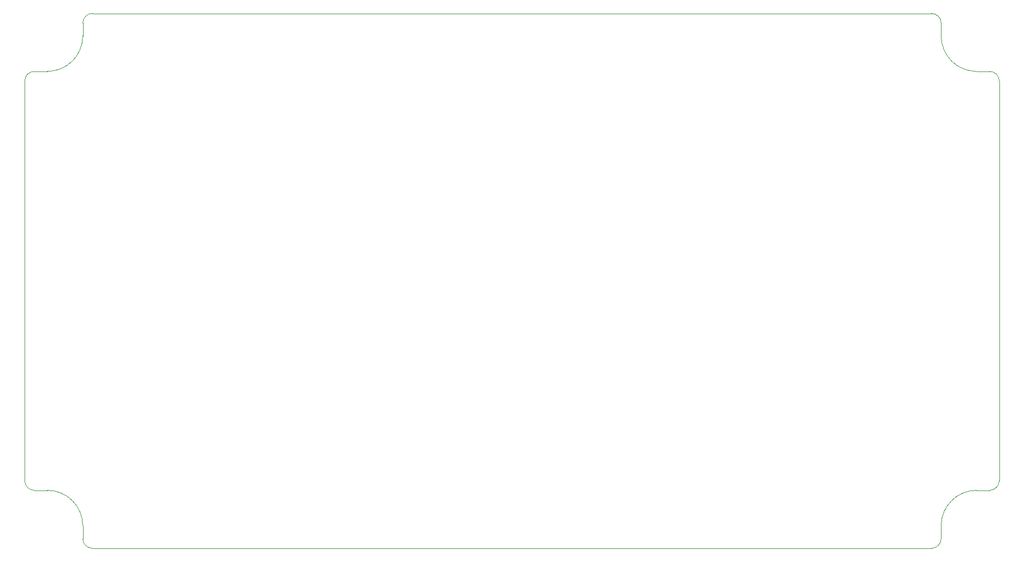
<source format=gm1>
%TF.GenerationSoftware,KiCad,Pcbnew,(6.0.2)*%
%TF.CreationDate,2022-08-07T22:15:26-07:00*%
%TF.ProjectId,LightDrum,4c696768-7444-4727-956d-2e6b69636164,rev?*%
%TF.SameCoordinates,Original*%
%TF.FileFunction,Profile,NP*%
%FSLAX46Y46*%
G04 Gerber Fmt 4.6, Leading zero omitted, Abs format (unit mm)*
G04 Created by KiCad (PCBNEW (6.0.2)) date 2022-08-07 22:15:26*
%MOMM*%
%LPD*%
G01*
G04 APERTURE LIST*
%TA.AperFunction,Profile*%
%ADD10C,0.100000*%
%TD*%
G04 APERTURE END LIST*
D10*
X181000000Y-107500000D02*
G75*
G03*
X175500000Y-113000000I1J-5500001D01*
G01*
X184500000Y-44000000D02*
G75*
G03*
X183000000Y-42500000I-1500001J-1D01*
G01*
X33500000Y-106000000D02*
X33500000Y-44000000D01*
X175500000Y-37000000D02*
G75*
G03*
X181000000Y-42500000I5500001J1D01*
G01*
X175500000Y-35000000D02*
G75*
G03*
X174000000Y-33500000I-1500001J-1D01*
G01*
X35000000Y-107500000D02*
X37000000Y-107500000D01*
X35000000Y-42500000D02*
G75*
G03*
X33500000Y-44000000I1J-1500001D01*
G01*
X174000000Y-116500000D02*
G75*
G03*
X175500000Y-115000000I-1J1500001D01*
G01*
X183000000Y-42500000D02*
X181000000Y-42500000D01*
X42500000Y-115000000D02*
X42500000Y-113000000D01*
X42500000Y-113000000D02*
G75*
G03*
X37000000Y-107500000I-5500001J-1D01*
G01*
X175500000Y-113000000D02*
X175500000Y-115000000D01*
X44000000Y-33500000D02*
G75*
G03*
X42500000Y-35000000I1J-1500001D01*
G01*
X175500000Y-35000000D02*
X175500000Y-37000000D01*
X183000000Y-107500000D02*
X181000000Y-107500000D01*
X184500000Y-44000000D02*
X184500000Y-106000000D01*
X183000000Y-107500000D02*
G75*
G03*
X184500000Y-106000000I-1J1500001D01*
G01*
X42500000Y-115000000D02*
G75*
G03*
X44000000Y-116500000I1500001J1D01*
G01*
X42500000Y-35000000D02*
X42500000Y-37000000D01*
X174000000Y-116500000D02*
X44000000Y-116500000D01*
X35000000Y-42500000D02*
X37000000Y-42500000D01*
X44000000Y-33500000D02*
X174000000Y-33500000D01*
X33500000Y-106000000D02*
G75*
G03*
X35000000Y-107500000I1500001J1D01*
G01*
X37000000Y-42500000D02*
G75*
G03*
X42500000Y-37000000I-1J5500001D01*
G01*
M02*

</source>
